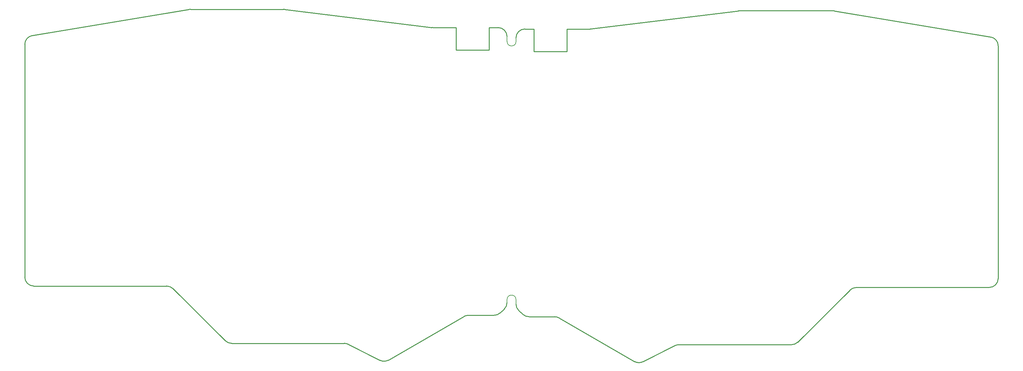
<source format=gm1>
G04 #@! TF.GenerationSoftware,KiCad,Pcbnew,(5.99.0-8557-g8988e46ab1)*
G04 #@! TF.CreationDate,2021-01-24T12:11:51-07:00*
G04 #@! TF.ProjectId,BlueSofPanel,426c7565-536f-4665-9061-6e656c2e6b69,rev?*
G04 #@! TF.SameCoordinates,PX85099e0PY51bada0*
G04 #@! TF.FileFunction,Profile,NP*
%FSLAX46Y46*%
G04 Gerber Fmt 4.6, Leading zero omitted, Abs format (unit mm)*
G04 Created by KiCad (PCBNEW (5.99.0-8557-g8988e46ab1)) date 2021-01-24 12:11:51*
%MOMM*%
%LPD*%
G01*
G04 APERTURE LIST*
G04 #@! TA.AperFunction,Profile*
%ADD10C,0.150000*%
G04 #@! TD*
G04 #@! TA.AperFunction,Profile*
%ADD11C,0.250000*%
G04 #@! TD*
G04 APERTURE END LIST*
D10*
X45082230Y-32829851D02*
G75*
G02*
X47582230Y-32829851I1250000J0D01*
G01*
X45099466Y39256070D02*
X45082230Y40647236D01*
X47599466Y39256070D02*
X47582230Y40247236D01*
X47582230Y-32829851D02*
X47582230Y-34079851D01*
X45082230Y-33679851D02*
X45082230Y-32829851D01*
X47599466Y39256070D02*
G75*
G02*
X45099466Y39256070I-1250000J0D01*
G01*
D11*
X40092754Y43147236D02*
X42582230Y43147236D01*
X40092754Y36847236D02*
X40092754Y43147236D01*
X24046247Y43165908D02*
G75*
G03*
X24351222Y43147236I304975J2481328D01*
G01*
X30842754Y36847236D02*
X40092754Y36847236D01*
X136096701Y47847236D02*
X110113839Y47847237D01*
X9590779Y-49795812D02*
X683373Y-45319016D01*
X-17144404Y48228565D02*
X24046247Y43165907D01*
X45082230Y40647236D02*
G75*
G03*
X42582230Y43147236I-2500000J0D01*
G01*
X44277603Y-35517162D02*
G75*
G03*
X45082230Y-33679851I-1695373J1837311D01*
G01*
X61821706Y42747236D02*
X61821706Y36447236D01*
X52571706Y42747236D02*
X50082230Y42747236D01*
X-439292Y-45052763D02*
X-31924221Y-45052763D01*
X48386857Y-35917161D02*
X49524932Y-36967315D01*
X126351000Y-44725961D02*
G75*
G02*
X124588681Y-45452763I-1762319J1773198D01*
G01*
X91981087Y-45719017D02*
G75*
G02*
X93103752Y-45452763I1122665J-2233747D01*
G01*
X33028970Y-37564941D02*
X11963443Y-49727128D01*
X180307703Y40513221D02*
X136507699Y47813220D01*
X142749508Y-29452764D02*
X179896706Y-29452764D01*
X180307703Y40513221D02*
G75*
G02*
X182396706Y38047236I-410997J-2465985D01*
G01*
X-89732246Y-26552764D02*
G75*
G03*
X-87232246Y-29052764I2500000J0D01*
G01*
X109808864Y47828565D02*
X68618213Y42765907D01*
X-87643243Y40913221D02*
X-43843239Y48213220D01*
X41444155Y-37230005D02*
G75*
G03*
X43139528Y-36567316I0J2500000D01*
G01*
X-17144404Y48228564D02*
G75*
G03*
X-17449379Y48247236I-304975J-2481328D01*
G01*
X9590779Y-49795812D02*
G75*
G03*
X11963443Y-49727128I1122664J2233747D01*
G01*
X109808864Y47828564D02*
G75*
G02*
X110113839Y47847236I304975J-2481328D01*
G01*
X83073681Y-50195812D02*
X91981087Y-45719016D01*
X-87643243Y40913221D02*
G75*
G03*
X-89732246Y38447236I410997J-2465985D01*
G01*
X59635490Y-37964941D02*
X80701017Y-50127128D01*
X-43432241Y48247236D02*
X-17449379Y48247237D01*
X136096702Y47847236D02*
G75*
G02*
X136507699Y47813221I0J-2500000D01*
G01*
X-89732246Y-26552764D02*
X-89732246Y38447236D01*
X182396706Y-26952764D02*
G75*
G02*
X179896706Y-29452764I-2500000J0D01*
G01*
X51220304Y-37630005D02*
X58385490Y-37630005D01*
X51220305Y-37630005D02*
G75*
G02*
X49524932Y-36967316I0J2500000D01*
G01*
X683373Y-45319017D02*
G75*
G03*
X-439292Y-45052763I-1122665J-2233747D01*
G01*
X126351000Y-44725961D02*
X140987188Y-30179566D01*
X24351222Y43147236D02*
X30842754Y43147236D01*
X68313238Y42747236D02*
X61821706Y42747236D01*
X61821706Y36447236D02*
X52571706Y36447236D01*
X34278970Y-37230005D02*
G75*
G03*
X33028970Y-37564941I-1J-2500000D01*
G01*
X182396706Y-26952764D02*
X182396706Y38047236D01*
X44277603Y-35517161D02*
X43139528Y-36567315D01*
X30842754Y43147236D02*
X30842754Y36847236D01*
X-50085048Y-29052764D02*
X-87232246Y-29052764D01*
X140987188Y-30179566D02*
G75*
G02*
X142749508Y-29452764I1762320J-1773198D01*
G01*
X-43432242Y48247236D02*
G75*
G03*
X-43843239Y48213221I0J-2500000D01*
G01*
X-48322728Y-29779566D02*
G75*
G03*
X-50085048Y-29052764I-1762320J-1773198D01*
G01*
X-33686540Y-44325961D02*
X-48322728Y-29779566D01*
X41444156Y-37230005D02*
X34278970Y-37230005D01*
X52571706Y36447236D02*
X52571706Y42747236D01*
X93103752Y-45452763D02*
X124588681Y-45452763D01*
X47582230Y40247236D02*
G75*
G02*
X50082230Y42747236I2500000J0D01*
G01*
X83073681Y-50195812D02*
G75*
G02*
X80701017Y-50127128I-1122664J2233747D01*
G01*
X58385490Y-37630005D02*
G75*
G02*
X59635490Y-37964941I1J-2500000D01*
G01*
X48386857Y-35917162D02*
G75*
G02*
X47582230Y-34079851I1695373J1837311D01*
G01*
X-33686540Y-44325961D02*
G75*
G03*
X-31924221Y-45052763I1762319J1773198D01*
G01*
X68618213Y42765908D02*
G75*
G02*
X68313238Y42747236I-304975J2481328D01*
G01*
M02*

</source>
